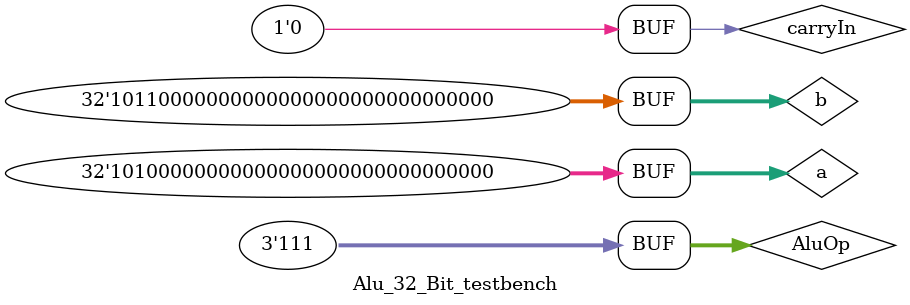
<source format=v>
`define DELAY 20
module Alu_32_Bit_testbench();
	wire carryOut;
	wire [31:0] outputAlu;
	reg [31:0] less;
	reg[31:0] a;
	reg [31:0]b;
	reg [2:0 ] AluOp;
	reg carryIn;


	Alu_32_Bit alu32tb (carryOut,outputAlu,a,b,carryIn,AluOp);

initial begin
a = 32'b11101101010110101011010101101010; b = 32'b01011110111111011111101111110111; carryIn = 1'b0;  AluOp =3'b000; 
#`DELAY;
a = 32'b10101010101010101010101010101010; b = 32'b01100011011000110110001101100011; carryIn = 1'b0;  AluOp =3'b001; 
#`DELAY;
a = 32'b00101010001010100010101000101010; b = 32'b00101010001010100010101000101010; carryIn = 1'b0;  AluOp =3'b010; 
#`DELAY;
a = 32'b01111010011110100111101001111010; b = 32'b00101010001010100010101000101010; carryIn = 1'b0;  AluOp =3'b110; 
#`DELAY;
a = 32'b10100000000000000000000000000000; b = 32'b10110000000000000000000000000000; carryIn = 1'b0;  AluOp =3'b111; 

end
 
 
initial
begin
$monitor(" AluOp=%3b,a=%32b,b=%32b,cin=%1b,outputAlu=%32b,cOut=%1b", AluOp ,a, b, carryIn,outputAlu, carryOut);
end
 
endmodule
</source>
